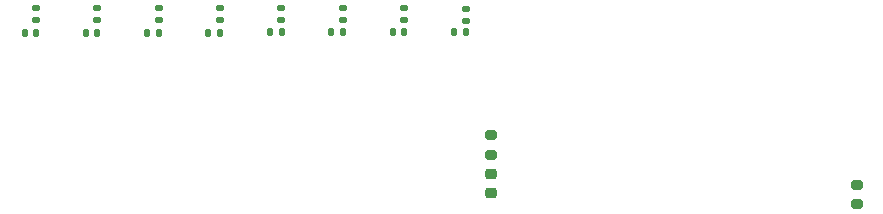
<source format=gbr>
%TF.GenerationSoftware,KiCad,Pcbnew,8.0.0*%
%TF.CreationDate,2024-03-15T18:20:19-04:00*%
%TF.ProjectId,Power_Breakout,506f7765-725f-4427-9265-616b6f75742e,v2*%
%TF.SameCoordinates,Original*%
%TF.FileFunction,Paste,Top*%
%TF.FilePolarity,Positive*%
%FSLAX46Y46*%
G04 Gerber Fmt 4.6, Leading zero omitted, Abs format (unit mm)*
G04 Created by KiCad (PCBNEW 8.0.0) date 2024-03-15 18:20:19*
%MOMM*%
%LPD*%
G01*
G04 APERTURE LIST*
G04 Aperture macros list*
%AMRoundRect*
0 Rectangle with rounded corners*
0 $1 Rounding radius*
0 $2 $3 $4 $5 $6 $7 $8 $9 X,Y pos of 4 corners*
0 Add a 4 corners polygon primitive as box body*
4,1,4,$2,$3,$4,$5,$6,$7,$8,$9,$2,$3,0*
0 Add four circle primitives for the rounded corners*
1,1,$1+$1,$2,$3*
1,1,$1+$1,$4,$5*
1,1,$1+$1,$6,$7*
1,1,$1+$1,$8,$9*
0 Add four rect primitives between the rounded corners*
20,1,$1+$1,$2,$3,$4,$5,0*
20,1,$1+$1,$4,$5,$6,$7,0*
20,1,$1+$1,$6,$7,$8,$9,0*
20,1,$1+$1,$8,$9,$2,$3,0*%
G04 Aperture macros list end*
%ADD10RoundRect,0.200000X0.275000X-0.200000X0.275000X0.200000X-0.275000X0.200000X-0.275000X-0.200000X0*%
%ADD11RoundRect,0.218750X0.256250X-0.218750X0.256250X0.218750X-0.256250X0.218750X-0.256250X-0.218750X0*%
%ADD12RoundRect,0.200000X-0.275000X0.200000X-0.275000X-0.200000X0.275000X-0.200000X0.275000X0.200000X0*%
%ADD13RoundRect,0.147500X-0.147500X-0.172500X0.147500X-0.172500X0.147500X0.172500X-0.147500X0.172500X0*%
%ADD14RoundRect,0.135000X-0.185000X0.135000X-0.185000X-0.135000X0.185000X-0.135000X0.185000X0.135000X0*%
G04 APERTURE END LIST*
D10*
%TO.C,R2*%
X191700000Y-147793600D03*
X191700000Y-146143600D03*
%TD*%
D11*
%TO.C,D1*%
X160700000Y-146837500D03*
X160700000Y-145262500D03*
%TD*%
D12*
%TO.C,R1*%
X160700000Y-141975000D03*
X160700000Y-143625000D03*
%TD*%
D13*
%TO.C,D3*%
X126445000Y-133300000D03*
X127415000Y-133300000D03*
%TD*%
D14*
%TO.C,R7*%
X142990000Y-131200000D03*
X142990000Y-132220000D03*
%TD*%
D13*
%TO.C,D2*%
X121245000Y-133300000D03*
X122215000Y-133300000D03*
%TD*%
D14*
%TO.C,R6*%
X137790000Y-131200000D03*
X137790000Y-132220000D03*
%TD*%
%TO.C,R5*%
X132590000Y-131200000D03*
X132590000Y-132220000D03*
%TD*%
D13*
%TO.C,D5*%
X136812500Y-133300000D03*
X137782500Y-133300000D03*
%TD*%
%TO.C,D8*%
X152445000Y-133250000D03*
X153415000Y-133250000D03*
%TD*%
D14*
%TO.C,R9*%
X153390000Y-131200000D03*
X153390000Y-132220000D03*
%TD*%
D13*
%TO.C,D6*%
X142040000Y-133250000D03*
X143010000Y-133250000D03*
%TD*%
D14*
%TO.C,R4*%
X127390000Y-131200000D03*
X127390000Y-132220000D03*
%TD*%
D13*
%TO.C,D9*%
X157645000Y-133250000D03*
X158615000Y-133250000D03*
%TD*%
D14*
%TO.C,R8*%
X148190000Y-131210000D03*
X148190000Y-132230000D03*
%TD*%
D13*
%TO.C,D4*%
X131645000Y-133300000D03*
X132615000Y-133300000D03*
%TD*%
D14*
%TO.C,R10*%
X158640000Y-131250000D03*
X158640000Y-132270000D03*
%TD*%
%TO.C,R3*%
X122190000Y-131200000D03*
X122190000Y-132220000D03*
%TD*%
D13*
%TO.C,D7*%
X147212500Y-133250000D03*
X148182500Y-133250000D03*
%TD*%
M02*

</source>
